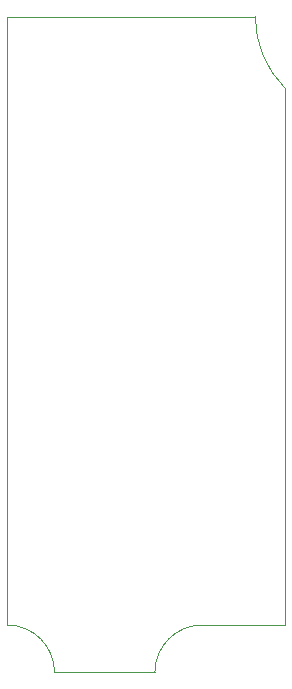
<source format=gbr>
%TF.GenerationSoftware,KiCad,Pcbnew,(5.1.8-0-10_14)*%
%TF.CreationDate,2020-11-27T10:39:21+01:00*%
%TF.ProjectId,SH-ESP32-Ethernet,53482d45-5350-4333-922d-45746865726e,0.1.0*%
%TF.SameCoordinates,Original*%
%TF.FileFunction,Paste,Bot*%
%TF.FilePolarity,Positive*%
%FSLAX46Y46*%
G04 Gerber Fmt 4.6, Leading zero omitted, Abs format (unit mm)*
G04 Created by KiCad (PCBNEW (5.1.8-0-10_14)) date 2020-11-27 10:39:21*
%MOMM*%
%LPD*%
G01*
G04 APERTURE LIST*
%TA.AperFunction,Profile*%
%ADD10C,0.050000*%
%TD*%
G04 APERTURE END LIST*
D10*
X165000000Y-108500000D02*
X172000000Y-108500000D01*
X161000000Y-112500000D02*
G75*
G02*
X165000000Y-108500000I4000000J0D01*
G01*
X148500000Y-108500000D02*
G75*
G02*
X152500000Y-112500000I0J-4000000D01*
G01*
X169500000Y-57000000D02*
X148500000Y-57000000D01*
X152500000Y-112500000D02*
X161000000Y-112499765D01*
X148500000Y-57000000D02*
X148500000Y-108500000D01*
X171989592Y-63010408D02*
X172000000Y-108500000D01*
X153000000Y-112500000D02*
X153000000Y-112500000D01*
X171989592Y-63010408D02*
G75*
G02*
X169500000Y-57000000I6010408J6010408D01*
G01*
M02*

</source>
